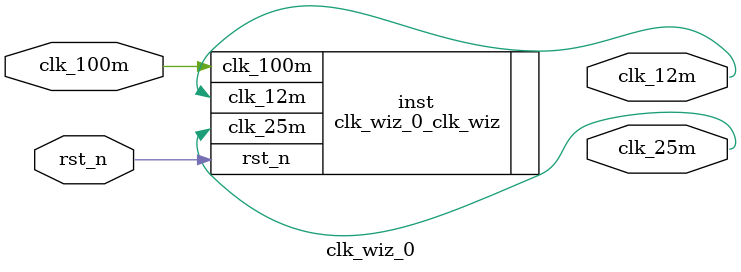
<source format=v>


`timescale 1ps/1ps

(* CORE_GENERATION_INFO = "clk_wiz_0,clk_wiz_v5_3_1,{component_name=clk_wiz_0,use_phase_alignment=true,use_min_o_jitter=false,use_max_i_jitter=false,use_dyn_phase_shift=false,use_inclk_switchover=false,use_dyn_reconfig=false,enable_axi=0,feedback_source=FDBK_AUTO,PRIMITIVE=MMCM,num_out_clk=2,clkin1_period=10.0,clkin2_period=10.0,use_power_down=false,use_reset=true,use_locked=false,use_inclk_stopped=false,feedback_type=SINGLE,CLOCK_MGR_TYPE=NA,manual_override=false}" *)

module clk_wiz_0 
 (
 // Clock in ports
  input         clk_100m,
  // Clock out ports
  output        clk_25m,
  output        clk_12m,
  // Status and control signals
  input         rst_n
 );

  clk_wiz_0_clk_wiz inst
  (
 // Clock in ports
  .clk_100m(clk_100m),
  // Clock out ports  
  .clk_25m(clk_25m),
  .clk_12m(clk_12m),
  // Status and control signals               
  .rst_n(rst_n) 
  );

endmodule

</source>
